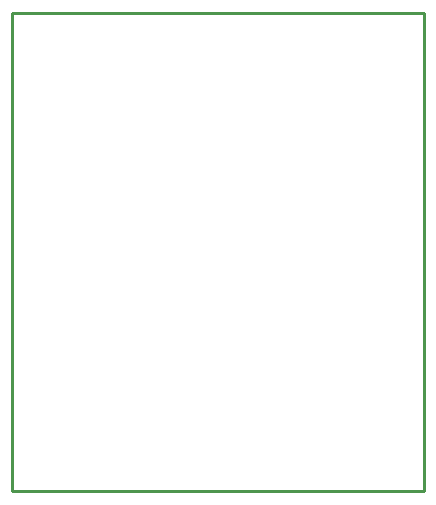
<source format=gko>
G04 Layer: BoardOutline*
G04 EasyEDA v6.2.46, 2019-11-14T14:20:35--8:00*
G04 6cc4c092965b432d8056714782698947,b8365342f910463186eac5fadccb516d,10*
G04 Gerber Generator version 0.2*
G04 Scale: 100 percent, Rotated: No, Reflected: No *
G04 Dimensions in inches *
G04 leading zeros omitted , absolute positions ,2 integer and 4 decimal *
%FSLAX24Y24*%
%MOIN*%
G90*
G70D02*

%ADD10C,0.010000*%
G54D10*
G01X0Y15800D02*
G01X0Y0D01*
G01X13750Y0D01*
G01X13750Y15950D01*
G01X0Y15950D01*
G01X0Y15800D01*

%LPD*%
M00*
M02*

</source>
